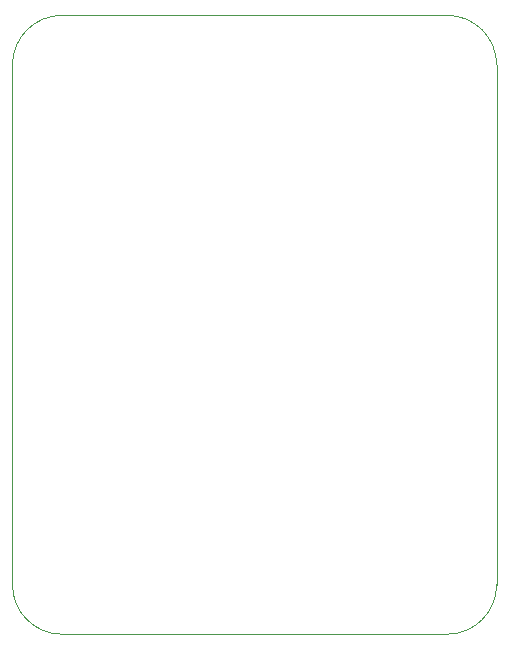
<source format=gm1>
G04 #@! TF.GenerationSoftware,KiCad,Pcbnew,9.0.0*
G04 #@! TF.CreationDate,2025-04-11T10:19:01+02:00*
G04 #@! TF.ProjectId,Janus_finalV,4a616e75-735f-4666-996e-616c562e6b69,rev?*
G04 #@! TF.SameCoordinates,Original*
G04 #@! TF.FileFunction,Profile,NP*
%FSLAX46Y46*%
G04 Gerber Fmt 4.6, Leading zero omitted, Abs format (unit mm)*
G04 Created by KiCad (PCBNEW 9.0.0) date 2025-04-11 10:19:01*
%MOMM*%
%LPD*%
G01*
G04 APERTURE LIST*
G04 #@! TA.AperFunction,Profile*
%ADD10C,0.050000*%
G04 #@! TD*
G04 APERTURE END LIST*
D10*
X110200000Y-41600000D02*
G75*
G02*
X114400000Y-37400000I4200000J0D01*
G01*
X147000000Y-37400000D02*
X114400000Y-37400000D01*
X114400000Y-89800000D02*
G75*
G02*
X110200000Y-85600000I0J4200000D01*
G01*
X114400000Y-89800000D02*
X147000000Y-89800000D01*
X147000000Y-37400000D02*
G75*
G02*
X151200000Y-41600000I0J-4200000D01*
G01*
X151200000Y-85600000D02*
X151200000Y-41600000D01*
X151200000Y-85600000D02*
G75*
G02*
X147000000Y-89800000I-4200000J0D01*
G01*
X110200000Y-41600000D02*
X110200000Y-85600000D01*
M02*

</source>
